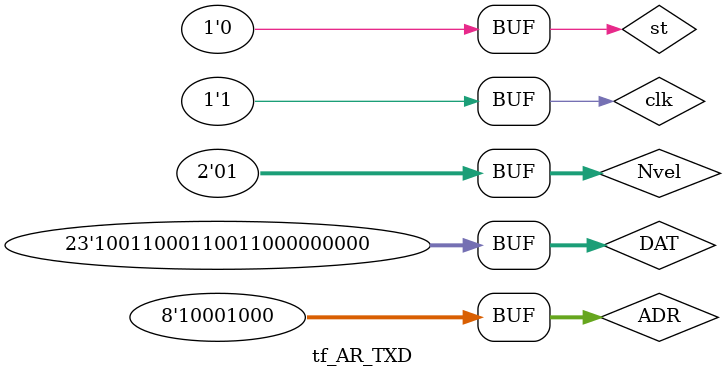
<source format=v>
`timescale 1ns / 1ps

module tf_AR_TXD;

	// Inputs
	reg clk;
	reg [1:0] Nvel;
	reg [7:0] ADR;
	reg [22:0] DAT;
	reg st;

	// Outputs
	wire ce_tact;
	wire TXD1;
	wire TXD0;
	wire SLP;
	wire en_tx;
	wire T_cp;
	wire FT_cp;
	wire SDAT;
	wire QM;
	wire [5:0] cb_bit;
	wire en_tx_word;

	// Instantiate the Unit Under Test (UUT)
	AR_TXD uut (
		.clk(clk), 
		.ce_tact(ce_tact), 
		.Nvel(Nvel), 
		.TXD1(TXD1), 
		.ADR(ADR), 
		.TXD0(TXD0), 
		.DAT(DAT), 
		.SLP(SLP), 
		.st(st), 
		.en_tx(en_tx), 
		.T_cp(T_cp), 
		.FT_cp(FT_cp), 
		.SDAT(SDAT), 
		.QM(QM), 
		.cb_bit(cb_bit), 
		.en_tx_word(en_tx_word)
	);
	
	parameter Tclk=20; //Tclk=20ns

	always begin clk=1'b0; #(Tclk/2) clk=1'b1; #(Tclk/2); end

	initial begin
		st = 0;
		
		Nvel = 1; ADR = 8'b10001000; DAT = 23'h4C6600;
		
		#1005; st = 1; 
		#20; st = 0;
		
		#25000; st = 1;
		#20; st = 0;
		
		#614965; st = 1;
		#20; st = 0;
		
		#80000; st = 1;
		#20; st = 0;
		
		//#640000 us it takes to finish

	end
      
endmodule


</source>
